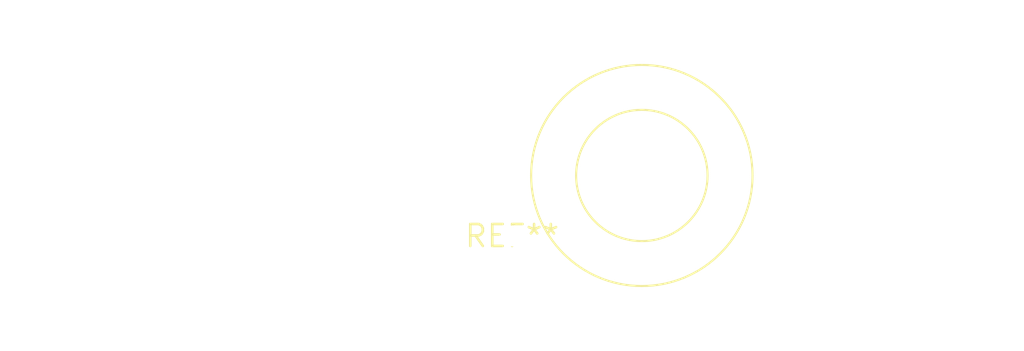
<source format=kicad_pcb>
(kicad_pcb (version 20240108) (generator pcbnew)
  (layers (0 "F.Cu" signal) (31 "B.Cu" signal) (34 "B.Paste" user) (35 "F.Paste" user) (36 "B.SilkS" user "B.Silkscreen") (37 "F.SilkS" user "F.Silkscreen") (38 "B.Mask" user) (39 "F.Mask" user) (44 "Edge.Cuts" user))
  (net 0 "")
  (footprint "Transformer_Toroid_Tapped_Horizontal_D12.5mm_Amidon-T44" (layer "F.Cu") (at 0 0)
    (property "Reference" "REF**")
    (property "Value" "Transformer_Toroid_Tapped_Horizontal_D12.5mm_Amidon-T44")
    (fp_circle (center 7.5 -3.5) (end 11.3 -3.5) (layer "F.SilkS") (stroke (width 0.12)) (fill none))
    (fp_circle (center 7.5 -3.5) (end 13.9 -3.4) (layer "F.SilkS") (stroke (width 0.12)) (fill none))
    (pad "1" thru_hole circle (at 0 0) (size 3 3) (drill 1.2) (layers *.Cu *.Mask) (remove_unused_layers))
    (pad "2" thru_hole circle (at 7.5 4.7) (size 3 3) (drill 1.2) (layers *.Cu *.Mask) (remove_unused_layers))
    (pad "3" thru_hole circle (at 15 0) (size 3 3) (drill 1.2) (layers *.Cu *.Mask) (remove_unused_layers))
    (pad "4" thru_hole circle (at 0 -7) (size 3 3) (drill 1.2) (layers *.Cu *.Mask) (remove_unused_layers))
    (pad "5" thru_hole circle (at 7.5 -11.8) (size 3 3) (drill 1.2) (layers *.Cu *.Mask) (remove_unused_layers))
    (pad "6" thru_hole circle (at 15 -7) (size 3 3) (drill 1.2) (layers *.Cu *.Mask) (remove_unused_layers))
  )
)
</source>
